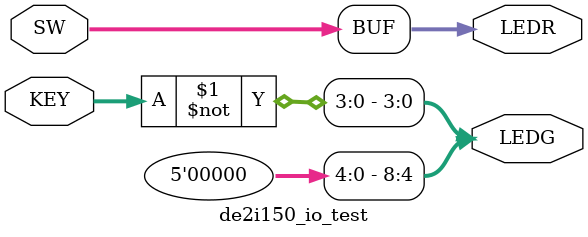
<source format=v>
module de2i150_io_test(
    input  [17:0] SW,     // slide switches
    input  [3:0]  KEY,    // push-buttons (ativo-baixo)
    output [17:0] LEDR,   // LEDs vermelhos
    output [8:0]  LEDG    // LEDs verdes
);
    assign LEDR = SW;          // cada switch acende seu LEDR
    assign LEDG[3:0] = ~KEY;   // cada botão acende seu LEDG ao pressionar
    assign LEDG[8:4] = 5'b0;   // verdes restantes apagados (ou use SW[8:4] se quiser)
endmodule
</source>
